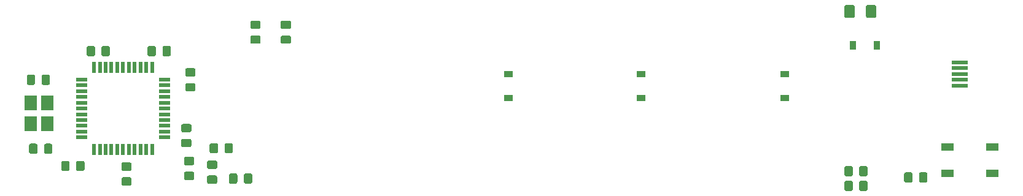
<source format=gbp>
G04 #@! TF.GenerationSoftware,KiCad,Pcbnew,(5.1.5)-3*
G04 #@! TF.CreationDate,2020-06-06T22:21:35-05:00*
G04 #@! TF.ProjectId,MacroPad,4d616372-6f50-4616-942e-6b696361645f,rev?*
G04 #@! TF.SameCoordinates,Original*
G04 #@! TF.FileFunction,Paste,Bot*
G04 #@! TF.FilePolarity,Positive*
%FSLAX46Y46*%
G04 Gerber Fmt 4.6, Leading zero omitted, Abs format (unit mm)*
G04 Created by KiCad (PCBNEW (5.1.5)-3) date 2020-06-06 22:21:35*
%MOMM*%
%LPD*%
G04 APERTURE LIST*
%ADD10C,0.100000*%
%ADD11R,1.500000X0.550000*%
%ADD12R,0.550000X1.500000*%
%ADD13R,1.800000X2.100000*%
%ADD14R,2.250000X0.500000*%
%ADD15R,1.800000X1.100000*%
%ADD16R,0.900000X1.200000*%
%ADD17R,1.200000X0.900000*%
G04 APERTURE END LIST*
D10*
G36*
X190087505Y-107632204D02*
G01*
X190111773Y-107635804D01*
X190135572Y-107641765D01*
X190158671Y-107650030D01*
X190180850Y-107660520D01*
X190201893Y-107673132D01*
X190221599Y-107687747D01*
X190239777Y-107704223D01*
X190256253Y-107722401D01*
X190270868Y-107742107D01*
X190283480Y-107763150D01*
X190293970Y-107785329D01*
X190302235Y-107808428D01*
X190308196Y-107832227D01*
X190311796Y-107856495D01*
X190313000Y-107880999D01*
X190313000Y-108781001D01*
X190311796Y-108805505D01*
X190308196Y-108829773D01*
X190302235Y-108853572D01*
X190293970Y-108876671D01*
X190283480Y-108898850D01*
X190270868Y-108919893D01*
X190256253Y-108939599D01*
X190239777Y-108957777D01*
X190221599Y-108974253D01*
X190201893Y-108988868D01*
X190180850Y-109001480D01*
X190158671Y-109011970D01*
X190135572Y-109020235D01*
X190111773Y-109026196D01*
X190087505Y-109029796D01*
X190063001Y-109031000D01*
X189412999Y-109031000D01*
X189388495Y-109029796D01*
X189364227Y-109026196D01*
X189340428Y-109020235D01*
X189317329Y-109011970D01*
X189295150Y-109001480D01*
X189274107Y-108988868D01*
X189254401Y-108974253D01*
X189236223Y-108957777D01*
X189219747Y-108939599D01*
X189205132Y-108919893D01*
X189192520Y-108898850D01*
X189182030Y-108876671D01*
X189173765Y-108853572D01*
X189167804Y-108829773D01*
X189164204Y-108805505D01*
X189163000Y-108781001D01*
X189163000Y-107880999D01*
X189164204Y-107856495D01*
X189167804Y-107832227D01*
X189173765Y-107808428D01*
X189182030Y-107785329D01*
X189192520Y-107763150D01*
X189205132Y-107742107D01*
X189219747Y-107722401D01*
X189236223Y-107704223D01*
X189254401Y-107687747D01*
X189274107Y-107673132D01*
X189295150Y-107660520D01*
X189317329Y-107650030D01*
X189340428Y-107641765D01*
X189364227Y-107635804D01*
X189388495Y-107632204D01*
X189412999Y-107631000D01*
X190063001Y-107631000D01*
X190087505Y-107632204D01*
G37*
G36*
X192137505Y-107632204D02*
G01*
X192161773Y-107635804D01*
X192185572Y-107641765D01*
X192208671Y-107650030D01*
X192230850Y-107660520D01*
X192251893Y-107673132D01*
X192271599Y-107687747D01*
X192289777Y-107704223D01*
X192306253Y-107722401D01*
X192320868Y-107742107D01*
X192333480Y-107763150D01*
X192343970Y-107785329D01*
X192352235Y-107808428D01*
X192358196Y-107832227D01*
X192361796Y-107856495D01*
X192363000Y-107880999D01*
X192363000Y-108781001D01*
X192361796Y-108805505D01*
X192358196Y-108829773D01*
X192352235Y-108853572D01*
X192343970Y-108876671D01*
X192333480Y-108898850D01*
X192320868Y-108919893D01*
X192306253Y-108939599D01*
X192289777Y-108957777D01*
X192271599Y-108974253D01*
X192251893Y-108988868D01*
X192230850Y-109001480D01*
X192208671Y-109011970D01*
X192185572Y-109020235D01*
X192161773Y-109026196D01*
X192137505Y-109029796D01*
X192113001Y-109031000D01*
X191462999Y-109031000D01*
X191438495Y-109029796D01*
X191414227Y-109026196D01*
X191390428Y-109020235D01*
X191367329Y-109011970D01*
X191345150Y-109001480D01*
X191324107Y-108988868D01*
X191304401Y-108974253D01*
X191286223Y-108957777D01*
X191269747Y-108939599D01*
X191255132Y-108919893D01*
X191242520Y-108898850D01*
X191232030Y-108876671D01*
X191223765Y-108853572D01*
X191217804Y-108829773D01*
X191214204Y-108805505D01*
X191213000Y-108781001D01*
X191213000Y-107880999D01*
X191214204Y-107856495D01*
X191217804Y-107832227D01*
X191223765Y-107808428D01*
X191232030Y-107785329D01*
X191242520Y-107763150D01*
X191255132Y-107742107D01*
X191269747Y-107722401D01*
X191286223Y-107704223D01*
X191304401Y-107687747D01*
X191324107Y-107673132D01*
X191345150Y-107660520D01*
X191367329Y-107650030D01*
X191390428Y-107641765D01*
X191414227Y-107635804D01*
X191438495Y-107632204D01*
X191462999Y-107631000D01*
X192113001Y-107631000D01*
X192137505Y-107632204D01*
G37*
D11*
X95393750Y-101631250D03*
X95393750Y-100831250D03*
X95393750Y-100031250D03*
X95393750Y-99231250D03*
X95393750Y-98431250D03*
X95393750Y-97631250D03*
X95393750Y-96831250D03*
X95393750Y-96031250D03*
X95393750Y-95231250D03*
X95393750Y-94431250D03*
X95393750Y-93631250D03*
D12*
X93693750Y-91931250D03*
X92893750Y-91931250D03*
X92093750Y-91931250D03*
X91293750Y-91931250D03*
X90493750Y-91931250D03*
X89693750Y-91931250D03*
X88893750Y-91931250D03*
X88093750Y-91931250D03*
X87293750Y-91931250D03*
X86493750Y-91931250D03*
X85693750Y-91931250D03*
D11*
X83993750Y-93631250D03*
X83993750Y-94431250D03*
X83993750Y-95231250D03*
X83993750Y-96031250D03*
X83993750Y-96831250D03*
X83993750Y-97631250D03*
X83993750Y-98431250D03*
X83993750Y-99231250D03*
X83993750Y-100031250D03*
X83993750Y-100831250D03*
X83993750Y-101631250D03*
D12*
X85693750Y-103331250D03*
X86493750Y-103331250D03*
X87293750Y-103331250D03*
X88093750Y-103331250D03*
X88893750Y-103331250D03*
X89693750Y-103331250D03*
X90493750Y-103331250D03*
X91293750Y-103331250D03*
X92093750Y-103331250D03*
X92893750Y-103331250D03*
X93693750Y-103331250D03*
D13*
X76993750Y-96837500D03*
X76993750Y-99737500D03*
X79293750Y-99737500D03*
X79293750Y-96837500D03*
D14*
X205050000Y-91268750D03*
X205050000Y-92068750D03*
X205050000Y-92868750D03*
X205050000Y-93668750D03*
X205050000Y-94468750D03*
D15*
X203350000Y-102925000D03*
X209550000Y-106625000D03*
X203350000Y-106625000D03*
X209550000Y-102925000D03*
D10*
G36*
X105233505Y-106616204D02*
G01*
X105257773Y-106619804D01*
X105281572Y-106625765D01*
X105304671Y-106634030D01*
X105326850Y-106644520D01*
X105347893Y-106657132D01*
X105367599Y-106671747D01*
X105385777Y-106688223D01*
X105402253Y-106706401D01*
X105416868Y-106726107D01*
X105429480Y-106747150D01*
X105439970Y-106769329D01*
X105448235Y-106792428D01*
X105454196Y-106816227D01*
X105457796Y-106840495D01*
X105459000Y-106864999D01*
X105459000Y-107765001D01*
X105457796Y-107789505D01*
X105454196Y-107813773D01*
X105448235Y-107837572D01*
X105439970Y-107860671D01*
X105429480Y-107882850D01*
X105416868Y-107903893D01*
X105402253Y-107923599D01*
X105385777Y-107941777D01*
X105367599Y-107958253D01*
X105347893Y-107972868D01*
X105326850Y-107985480D01*
X105304671Y-107995970D01*
X105281572Y-108004235D01*
X105257773Y-108010196D01*
X105233505Y-108013796D01*
X105209001Y-108015000D01*
X104558999Y-108015000D01*
X104534495Y-108013796D01*
X104510227Y-108010196D01*
X104486428Y-108004235D01*
X104463329Y-107995970D01*
X104441150Y-107985480D01*
X104420107Y-107972868D01*
X104400401Y-107958253D01*
X104382223Y-107941777D01*
X104365747Y-107923599D01*
X104351132Y-107903893D01*
X104338520Y-107882850D01*
X104328030Y-107860671D01*
X104319765Y-107837572D01*
X104313804Y-107813773D01*
X104310204Y-107789505D01*
X104309000Y-107765001D01*
X104309000Y-106864999D01*
X104310204Y-106840495D01*
X104313804Y-106816227D01*
X104319765Y-106792428D01*
X104328030Y-106769329D01*
X104338520Y-106747150D01*
X104351132Y-106726107D01*
X104365747Y-106706401D01*
X104382223Y-106688223D01*
X104400401Y-106671747D01*
X104420107Y-106657132D01*
X104441150Y-106644520D01*
X104463329Y-106634030D01*
X104486428Y-106625765D01*
X104510227Y-106619804D01*
X104534495Y-106616204D01*
X104558999Y-106615000D01*
X105209001Y-106615000D01*
X105233505Y-106616204D01*
G37*
G36*
X107283505Y-106616204D02*
G01*
X107307773Y-106619804D01*
X107331572Y-106625765D01*
X107354671Y-106634030D01*
X107376850Y-106644520D01*
X107397893Y-106657132D01*
X107417599Y-106671747D01*
X107435777Y-106688223D01*
X107452253Y-106706401D01*
X107466868Y-106726107D01*
X107479480Y-106747150D01*
X107489970Y-106769329D01*
X107498235Y-106792428D01*
X107504196Y-106816227D01*
X107507796Y-106840495D01*
X107509000Y-106864999D01*
X107509000Y-107765001D01*
X107507796Y-107789505D01*
X107504196Y-107813773D01*
X107498235Y-107837572D01*
X107489970Y-107860671D01*
X107479480Y-107882850D01*
X107466868Y-107903893D01*
X107452253Y-107923599D01*
X107435777Y-107941777D01*
X107417599Y-107958253D01*
X107397893Y-107972868D01*
X107376850Y-107985480D01*
X107354671Y-107995970D01*
X107331572Y-108004235D01*
X107307773Y-108010196D01*
X107283505Y-108013796D01*
X107259001Y-108015000D01*
X106608999Y-108015000D01*
X106584495Y-108013796D01*
X106560227Y-108010196D01*
X106536428Y-108004235D01*
X106513329Y-107995970D01*
X106491150Y-107985480D01*
X106470107Y-107972868D01*
X106450401Y-107958253D01*
X106432223Y-107941777D01*
X106415747Y-107923599D01*
X106401132Y-107903893D01*
X106388520Y-107882850D01*
X106378030Y-107860671D01*
X106369765Y-107837572D01*
X106363804Y-107813773D01*
X106360204Y-107789505D01*
X106359000Y-107765001D01*
X106359000Y-106864999D01*
X106360204Y-106840495D01*
X106363804Y-106816227D01*
X106369765Y-106792428D01*
X106378030Y-106769329D01*
X106388520Y-106747150D01*
X106401132Y-106726107D01*
X106415747Y-106706401D01*
X106432223Y-106688223D01*
X106450401Y-106671747D01*
X106470107Y-106657132D01*
X106491150Y-106644520D01*
X106513329Y-106634030D01*
X106536428Y-106625765D01*
X106560227Y-106619804D01*
X106584495Y-106616204D01*
X106608999Y-106615000D01*
X107259001Y-106615000D01*
X107283505Y-106616204D01*
G37*
G36*
X102566505Y-102425204D02*
G01*
X102590773Y-102428804D01*
X102614572Y-102434765D01*
X102637671Y-102443030D01*
X102659850Y-102453520D01*
X102680893Y-102466132D01*
X102700599Y-102480747D01*
X102718777Y-102497223D01*
X102735253Y-102515401D01*
X102749868Y-102535107D01*
X102762480Y-102556150D01*
X102772970Y-102578329D01*
X102781235Y-102601428D01*
X102787196Y-102625227D01*
X102790796Y-102649495D01*
X102792000Y-102673999D01*
X102792000Y-103574001D01*
X102790796Y-103598505D01*
X102787196Y-103622773D01*
X102781235Y-103646572D01*
X102772970Y-103669671D01*
X102762480Y-103691850D01*
X102749868Y-103712893D01*
X102735253Y-103732599D01*
X102718777Y-103750777D01*
X102700599Y-103767253D01*
X102680893Y-103781868D01*
X102659850Y-103794480D01*
X102637671Y-103804970D01*
X102614572Y-103813235D01*
X102590773Y-103819196D01*
X102566505Y-103822796D01*
X102542001Y-103824000D01*
X101891999Y-103824000D01*
X101867495Y-103822796D01*
X101843227Y-103819196D01*
X101819428Y-103813235D01*
X101796329Y-103804970D01*
X101774150Y-103794480D01*
X101753107Y-103781868D01*
X101733401Y-103767253D01*
X101715223Y-103750777D01*
X101698747Y-103732599D01*
X101684132Y-103712893D01*
X101671520Y-103691850D01*
X101661030Y-103669671D01*
X101652765Y-103646572D01*
X101646804Y-103622773D01*
X101643204Y-103598505D01*
X101642000Y-103574001D01*
X101642000Y-102673999D01*
X101643204Y-102649495D01*
X101646804Y-102625227D01*
X101652765Y-102601428D01*
X101661030Y-102578329D01*
X101671520Y-102556150D01*
X101684132Y-102535107D01*
X101698747Y-102515401D01*
X101715223Y-102497223D01*
X101733401Y-102480747D01*
X101753107Y-102466132D01*
X101774150Y-102453520D01*
X101796329Y-102443030D01*
X101819428Y-102434765D01*
X101843227Y-102428804D01*
X101867495Y-102425204D01*
X101891999Y-102424000D01*
X102542001Y-102424000D01*
X102566505Y-102425204D01*
G37*
G36*
X104616505Y-102425204D02*
G01*
X104640773Y-102428804D01*
X104664572Y-102434765D01*
X104687671Y-102443030D01*
X104709850Y-102453520D01*
X104730893Y-102466132D01*
X104750599Y-102480747D01*
X104768777Y-102497223D01*
X104785253Y-102515401D01*
X104799868Y-102535107D01*
X104812480Y-102556150D01*
X104822970Y-102578329D01*
X104831235Y-102601428D01*
X104837196Y-102625227D01*
X104840796Y-102649495D01*
X104842000Y-102673999D01*
X104842000Y-103574001D01*
X104840796Y-103598505D01*
X104837196Y-103622773D01*
X104831235Y-103646572D01*
X104822970Y-103669671D01*
X104812480Y-103691850D01*
X104799868Y-103712893D01*
X104785253Y-103732599D01*
X104768777Y-103750777D01*
X104750599Y-103767253D01*
X104730893Y-103781868D01*
X104709850Y-103794480D01*
X104687671Y-103804970D01*
X104664572Y-103813235D01*
X104640773Y-103819196D01*
X104616505Y-103822796D01*
X104592001Y-103824000D01*
X103941999Y-103824000D01*
X103917495Y-103822796D01*
X103893227Y-103819196D01*
X103869428Y-103813235D01*
X103846329Y-103804970D01*
X103824150Y-103794480D01*
X103803107Y-103781868D01*
X103783401Y-103767253D01*
X103765223Y-103750777D01*
X103748747Y-103732599D01*
X103734132Y-103712893D01*
X103721520Y-103691850D01*
X103711030Y-103669671D01*
X103702765Y-103646572D01*
X103696804Y-103622773D01*
X103693204Y-103598505D01*
X103692000Y-103574001D01*
X103692000Y-102673999D01*
X103693204Y-102649495D01*
X103696804Y-102625227D01*
X103702765Y-102601428D01*
X103711030Y-102578329D01*
X103721520Y-102556150D01*
X103734132Y-102535107D01*
X103748747Y-102515401D01*
X103765223Y-102497223D01*
X103783401Y-102480747D01*
X103803107Y-102466132D01*
X103824150Y-102453520D01*
X103846329Y-102443030D01*
X103869428Y-102434765D01*
X103893227Y-102428804D01*
X103917495Y-102425204D01*
X103941999Y-102424000D01*
X104592001Y-102424000D01*
X104616505Y-102425204D01*
G37*
G36*
X112624505Y-87532454D02*
G01*
X112648773Y-87536054D01*
X112672572Y-87542015D01*
X112695671Y-87550280D01*
X112717850Y-87560770D01*
X112738893Y-87573382D01*
X112758599Y-87587997D01*
X112776777Y-87604473D01*
X112793253Y-87622651D01*
X112807868Y-87642357D01*
X112820480Y-87663400D01*
X112830970Y-87685579D01*
X112839235Y-87708678D01*
X112845196Y-87732477D01*
X112848796Y-87756745D01*
X112850000Y-87781249D01*
X112850000Y-88431251D01*
X112848796Y-88455755D01*
X112845196Y-88480023D01*
X112839235Y-88503822D01*
X112830970Y-88526921D01*
X112820480Y-88549100D01*
X112807868Y-88570143D01*
X112793253Y-88589849D01*
X112776777Y-88608027D01*
X112758599Y-88624503D01*
X112738893Y-88639118D01*
X112717850Y-88651730D01*
X112695671Y-88662220D01*
X112672572Y-88670485D01*
X112648773Y-88676446D01*
X112624505Y-88680046D01*
X112600001Y-88681250D01*
X111699999Y-88681250D01*
X111675495Y-88680046D01*
X111651227Y-88676446D01*
X111627428Y-88670485D01*
X111604329Y-88662220D01*
X111582150Y-88651730D01*
X111561107Y-88639118D01*
X111541401Y-88624503D01*
X111523223Y-88608027D01*
X111506747Y-88589849D01*
X111492132Y-88570143D01*
X111479520Y-88549100D01*
X111469030Y-88526921D01*
X111460765Y-88503822D01*
X111454804Y-88480023D01*
X111451204Y-88455755D01*
X111450000Y-88431251D01*
X111450000Y-87781249D01*
X111451204Y-87756745D01*
X111454804Y-87732477D01*
X111460765Y-87708678D01*
X111469030Y-87685579D01*
X111479520Y-87663400D01*
X111492132Y-87642357D01*
X111506747Y-87622651D01*
X111523223Y-87604473D01*
X111541401Y-87587997D01*
X111561107Y-87573382D01*
X111582150Y-87560770D01*
X111604329Y-87550280D01*
X111627428Y-87542015D01*
X111651227Y-87536054D01*
X111675495Y-87532454D01*
X111699999Y-87531250D01*
X112600001Y-87531250D01*
X112624505Y-87532454D01*
G37*
G36*
X112624505Y-85482454D02*
G01*
X112648773Y-85486054D01*
X112672572Y-85492015D01*
X112695671Y-85500280D01*
X112717850Y-85510770D01*
X112738893Y-85523382D01*
X112758599Y-85537997D01*
X112776777Y-85554473D01*
X112793253Y-85572651D01*
X112807868Y-85592357D01*
X112820480Y-85613400D01*
X112830970Y-85635579D01*
X112839235Y-85658678D01*
X112845196Y-85682477D01*
X112848796Y-85706745D01*
X112850000Y-85731249D01*
X112850000Y-86381251D01*
X112848796Y-86405755D01*
X112845196Y-86430023D01*
X112839235Y-86453822D01*
X112830970Y-86476921D01*
X112820480Y-86499100D01*
X112807868Y-86520143D01*
X112793253Y-86539849D01*
X112776777Y-86558027D01*
X112758599Y-86574503D01*
X112738893Y-86589118D01*
X112717850Y-86601730D01*
X112695671Y-86612220D01*
X112672572Y-86620485D01*
X112648773Y-86626446D01*
X112624505Y-86630046D01*
X112600001Y-86631250D01*
X111699999Y-86631250D01*
X111675495Y-86630046D01*
X111651227Y-86626446D01*
X111627428Y-86620485D01*
X111604329Y-86612220D01*
X111582150Y-86601730D01*
X111561107Y-86589118D01*
X111541401Y-86574503D01*
X111523223Y-86558027D01*
X111506747Y-86539849D01*
X111492132Y-86520143D01*
X111479520Y-86499100D01*
X111469030Y-86476921D01*
X111460765Y-86453822D01*
X111454804Y-86430023D01*
X111451204Y-86405755D01*
X111450000Y-86381251D01*
X111450000Y-85731249D01*
X111451204Y-85706745D01*
X111454804Y-85682477D01*
X111460765Y-85658678D01*
X111469030Y-85635579D01*
X111479520Y-85613400D01*
X111492132Y-85592357D01*
X111506747Y-85572651D01*
X111523223Y-85554473D01*
X111541401Y-85537997D01*
X111561107Y-85523382D01*
X111582150Y-85510770D01*
X111604329Y-85500280D01*
X111627428Y-85492015D01*
X111651227Y-85486054D01*
X111675495Y-85482454D01*
X111699999Y-85481250D01*
X112600001Y-85481250D01*
X112624505Y-85482454D01*
G37*
G36*
X108424505Y-87532454D02*
G01*
X108448773Y-87536054D01*
X108472572Y-87542015D01*
X108495671Y-87550280D01*
X108517850Y-87560770D01*
X108538893Y-87573382D01*
X108558599Y-87587997D01*
X108576777Y-87604473D01*
X108593253Y-87622651D01*
X108607868Y-87642357D01*
X108620480Y-87663400D01*
X108630970Y-87685579D01*
X108639235Y-87708678D01*
X108645196Y-87732477D01*
X108648796Y-87756745D01*
X108650000Y-87781249D01*
X108650000Y-88431251D01*
X108648796Y-88455755D01*
X108645196Y-88480023D01*
X108639235Y-88503822D01*
X108630970Y-88526921D01*
X108620480Y-88549100D01*
X108607868Y-88570143D01*
X108593253Y-88589849D01*
X108576777Y-88608027D01*
X108558599Y-88624503D01*
X108538893Y-88639118D01*
X108517850Y-88651730D01*
X108495671Y-88662220D01*
X108472572Y-88670485D01*
X108448773Y-88676446D01*
X108424505Y-88680046D01*
X108400001Y-88681250D01*
X107499999Y-88681250D01*
X107475495Y-88680046D01*
X107451227Y-88676446D01*
X107427428Y-88670485D01*
X107404329Y-88662220D01*
X107382150Y-88651730D01*
X107361107Y-88639118D01*
X107341401Y-88624503D01*
X107323223Y-88608027D01*
X107306747Y-88589849D01*
X107292132Y-88570143D01*
X107279520Y-88549100D01*
X107269030Y-88526921D01*
X107260765Y-88503822D01*
X107254804Y-88480023D01*
X107251204Y-88455755D01*
X107250000Y-88431251D01*
X107250000Y-87781249D01*
X107251204Y-87756745D01*
X107254804Y-87732477D01*
X107260765Y-87708678D01*
X107269030Y-87685579D01*
X107279520Y-87663400D01*
X107292132Y-87642357D01*
X107306747Y-87622651D01*
X107323223Y-87604473D01*
X107341401Y-87587997D01*
X107361107Y-87573382D01*
X107382150Y-87560770D01*
X107404329Y-87550280D01*
X107427428Y-87542015D01*
X107451227Y-87536054D01*
X107475495Y-87532454D01*
X107499999Y-87531250D01*
X108400001Y-87531250D01*
X108424505Y-87532454D01*
G37*
G36*
X108424505Y-85482454D02*
G01*
X108448773Y-85486054D01*
X108472572Y-85492015D01*
X108495671Y-85500280D01*
X108517850Y-85510770D01*
X108538893Y-85523382D01*
X108558599Y-85537997D01*
X108576777Y-85554473D01*
X108593253Y-85572651D01*
X108607868Y-85592357D01*
X108620480Y-85613400D01*
X108630970Y-85635579D01*
X108639235Y-85658678D01*
X108645196Y-85682477D01*
X108648796Y-85706745D01*
X108650000Y-85731249D01*
X108650000Y-86381251D01*
X108648796Y-86405755D01*
X108645196Y-86430023D01*
X108639235Y-86453822D01*
X108630970Y-86476921D01*
X108620480Y-86499100D01*
X108607868Y-86520143D01*
X108593253Y-86539849D01*
X108576777Y-86558027D01*
X108558599Y-86574503D01*
X108538893Y-86589118D01*
X108517850Y-86601730D01*
X108495671Y-86612220D01*
X108472572Y-86620485D01*
X108448773Y-86626446D01*
X108424505Y-86630046D01*
X108400001Y-86631250D01*
X107499999Y-86631250D01*
X107475495Y-86630046D01*
X107451227Y-86626446D01*
X107427428Y-86620485D01*
X107404329Y-86612220D01*
X107382150Y-86601730D01*
X107361107Y-86589118D01*
X107341401Y-86574503D01*
X107323223Y-86558027D01*
X107306747Y-86539849D01*
X107292132Y-86520143D01*
X107279520Y-86499100D01*
X107269030Y-86476921D01*
X107260765Y-86453822D01*
X107254804Y-86430023D01*
X107251204Y-86405755D01*
X107250000Y-86381251D01*
X107250000Y-85731249D01*
X107251204Y-85706745D01*
X107254804Y-85682477D01*
X107260765Y-85658678D01*
X107269030Y-85635579D01*
X107279520Y-85613400D01*
X107292132Y-85592357D01*
X107306747Y-85572651D01*
X107323223Y-85554473D01*
X107341401Y-85537997D01*
X107361107Y-85523382D01*
X107382150Y-85510770D01*
X107404329Y-85500280D01*
X107427428Y-85492015D01*
X107451227Y-85486054D01*
X107475495Y-85482454D01*
X107499999Y-85481250D01*
X108400001Y-85481250D01*
X108424505Y-85482454D01*
G37*
G36*
X94012005Y-88994954D02*
G01*
X94036273Y-88998554D01*
X94060072Y-89004515D01*
X94083171Y-89012780D01*
X94105350Y-89023270D01*
X94126393Y-89035882D01*
X94146099Y-89050497D01*
X94164277Y-89066973D01*
X94180753Y-89085151D01*
X94195368Y-89104857D01*
X94207980Y-89125900D01*
X94218470Y-89148079D01*
X94226735Y-89171178D01*
X94232696Y-89194977D01*
X94236296Y-89219245D01*
X94237500Y-89243749D01*
X94237500Y-90143751D01*
X94236296Y-90168255D01*
X94232696Y-90192523D01*
X94226735Y-90216322D01*
X94218470Y-90239421D01*
X94207980Y-90261600D01*
X94195368Y-90282643D01*
X94180753Y-90302349D01*
X94164277Y-90320527D01*
X94146099Y-90337003D01*
X94126393Y-90351618D01*
X94105350Y-90364230D01*
X94083171Y-90374720D01*
X94060072Y-90382985D01*
X94036273Y-90388946D01*
X94012005Y-90392546D01*
X93987501Y-90393750D01*
X93337499Y-90393750D01*
X93312995Y-90392546D01*
X93288727Y-90388946D01*
X93264928Y-90382985D01*
X93241829Y-90374720D01*
X93219650Y-90364230D01*
X93198607Y-90351618D01*
X93178901Y-90337003D01*
X93160723Y-90320527D01*
X93144247Y-90302349D01*
X93129632Y-90282643D01*
X93117020Y-90261600D01*
X93106530Y-90239421D01*
X93098265Y-90216322D01*
X93092304Y-90192523D01*
X93088704Y-90168255D01*
X93087500Y-90143751D01*
X93087500Y-89243749D01*
X93088704Y-89219245D01*
X93092304Y-89194977D01*
X93098265Y-89171178D01*
X93106530Y-89148079D01*
X93117020Y-89125900D01*
X93129632Y-89104857D01*
X93144247Y-89085151D01*
X93160723Y-89066973D01*
X93178901Y-89050497D01*
X93198607Y-89035882D01*
X93219650Y-89023270D01*
X93241829Y-89012780D01*
X93264928Y-89004515D01*
X93288727Y-88998554D01*
X93312995Y-88994954D01*
X93337499Y-88993750D01*
X93987501Y-88993750D01*
X94012005Y-88994954D01*
G37*
G36*
X96062005Y-88994954D02*
G01*
X96086273Y-88998554D01*
X96110072Y-89004515D01*
X96133171Y-89012780D01*
X96155350Y-89023270D01*
X96176393Y-89035882D01*
X96196099Y-89050497D01*
X96214277Y-89066973D01*
X96230753Y-89085151D01*
X96245368Y-89104857D01*
X96257980Y-89125900D01*
X96268470Y-89148079D01*
X96276735Y-89171178D01*
X96282696Y-89194977D01*
X96286296Y-89219245D01*
X96287500Y-89243749D01*
X96287500Y-90143751D01*
X96286296Y-90168255D01*
X96282696Y-90192523D01*
X96276735Y-90216322D01*
X96268470Y-90239421D01*
X96257980Y-90261600D01*
X96245368Y-90282643D01*
X96230753Y-90302349D01*
X96214277Y-90320527D01*
X96196099Y-90337003D01*
X96176393Y-90351618D01*
X96155350Y-90364230D01*
X96133171Y-90374720D01*
X96110072Y-90382985D01*
X96086273Y-90388946D01*
X96062005Y-90392546D01*
X96037501Y-90393750D01*
X95387499Y-90393750D01*
X95362995Y-90392546D01*
X95338727Y-90388946D01*
X95314928Y-90382985D01*
X95291829Y-90374720D01*
X95269650Y-90364230D01*
X95248607Y-90351618D01*
X95228901Y-90337003D01*
X95210723Y-90320527D01*
X95194247Y-90302349D01*
X95179632Y-90282643D01*
X95167020Y-90261600D01*
X95156530Y-90239421D01*
X95148265Y-90216322D01*
X95142304Y-90192523D01*
X95138704Y-90168255D01*
X95137500Y-90143751D01*
X95137500Y-89243749D01*
X95138704Y-89219245D01*
X95142304Y-89194977D01*
X95148265Y-89171178D01*
X95156530Y-89148079D01*
X95167020Y-89125900D01*
X95179632Y-89104857D01*
X95194247Y-89085151D01*
X95210723Y-89066973D01*
X95228901Y-89050497D01*
X95248607Y-89035882D01*
X95269650Y-89023270D01*
X95291829Y-89012780D01*
X95314928Y-89004515D01*
X95338727Y-88998554D01*
X95362995Y-88994954D01*
X95387499Y-88993750D01*
X96037501Y-88993750D01*
X96062005Y-88994954D01*
G37*
G36*
X192137505Y-105600204D02*
G01*
X192161773Y-105603804D01*
X192185572Y-105609765D01*
X192208671Y-105618030D01*
X192230850Y-105628520D01*
X192251893Y-105641132D01*
X192271599Y-105655747D01*
X192289777Y-105672223D01*
X192306253Y-105690401D01*
X192320868Y-105710107D01*
X192333480Y-105731150D01*
X192343970Y-105753329D01*
X192352235Y-105776428D01*
X192358196Y-105800227D01*
X192361796Y-105824495D01*
X192363000Y-105848999D01*
X192363000Y-106749001D01*
X192361796Y-106773505D01*
X192358196Y-106797773D01*
X192352235Y-106821572D01*
X192343970Y-106844671D01*
X192333480Y-106866850D01*
X192320868Y-106887893D01*
X192306253Y-106907599D01*
X192289777Y-106925777D01*
X192271599Y-106942253D01*
X192251893Y-106956868D01*
X192230850Y-106969480D01*
X192208671Y-106979970D01*
X192185572Y-106988235D01*
X192161773Y-106994196D01*
X192137505Y-106997796D01*
X192113001Y-106999000D01*
X191462999Y-106999000D01*
X191438495Y-106997796D01*
X191414227Y-106994196D01*
X191390428Y-106988235D01*
X191367329Y-106979970D01*
X191345150Y-106969480D01*
X191324107Y-106956868D01*
X191304401Y-106942253D01*
X191286223Y-106925777D01*
X191269747Y-106907599D01*
X191255132Y-106887893D01*
X191242520Y-106866850D01*
X191232030Y-106844671D01*
X191223765Y-106821572D01*
X191217804Y-106797773D01*
X191214204Y-106773505D01*
X191213000Y-106749001D01*
X191213000Y-105848999D01*
X191214204Y-105824495D01*
X191217804Y-105800227D01*
X191223765Y-105776428D01*
X191232030Y-105753329D01*
X191242520Y-105731150D01*
X191255132Y-105710107D01*
X191269747Y-105690401D01*
X191286223Y-105672223D01*
X191304401Y-105655747D01*
X191324107Y-105641132D01*
X191345150Y-105628520D01*
X191367329Y-105618030D01*
X191390428Y-105609765D01*
X191414227Y-105603804D01*
X191438495Y-105600204D01*
X191462999Y-105599000D01*
X192113001Y-105599000D01*
X192137505Y-105600204D01*
G37*
G36*
X190087505Y-105600204D02*
G01*
X190111773Y-105603804D01*
X190135572Y-105609765D01*
X190158671Y-105618030D01*
X190180850Y-105628520D01*
X190201893Y-105641132D01*
X190221599Y-105655747D01*
X190239777Y-105672223D01*
X190256253Y-105690401D01*
X190270868Y-105710107D01*
X190283480Y-105731150D01*
X190293970Y-105753329D01*
X190302235Y-105776428D01*
X190308196Y-105800227D01*
X190311796Y-105824495D01*
X190313000Y-105848999D01*
X190313000Y-106749001D01*
X190311796Y-106773505D01*
X190308196Y-106797773D01*
X190302235Y-106821572D01*
X190293970Y-106844671D01*
X190283480Y-106866850D01*
X190270868Y-106887893D01*
X190256253Y-106907599D01*
X190239777Y-106925777D01*
X190221599Y-106942253D01*
X190201893Y-106956868D01*
X190180850Y-106969480D01*
X190158671Y-106979970D01*
X190135572Y-106988235D01*
X190111773Y-106994196D01*
X190087505Y-106997796D01*
X190063001Y-106999000D01*
X189412999Y-106999000D01*
X189388495Y-106997796D01*
X189364227Y-106994196D01*
X189340428Y-106988235D01*
X189317329Y-106979970D01*
X189295150Y-106969480D01*
X189274107Y-106956868D01*
X189254401Y-106942253D01*
X189236223Y-106925777D01*
X189219747Y-106907599D01*
X189205132Y-106887893D01*
X189192520Y-106866850D01*
X189182030Y-106844671D01*
X189173765Y-106821572D01*
X189167804Y-106797773D01*
X189164204Y-106773505D01*
X189163000Y-106749001D01*
X189163000Y-105848999D01*
X189164204Y-105824495D01*
X189167804Y-105800227D01*
X189173765Y-105776428D01*
X189182030Y-105753329D01*
X189192520Y-105731150D01*
X189205132Y-105710107D01*
X189219747Y-105690401D01*
X189236223Y-105672223D01*
X189254401Y-105655747D01*
X189274107Y-105641132D01*
X189295150Y-105628520D01*
X189317329Y-105618030D01*
X189340428Y-105609765D01*
X189364227Y-105603804D01*
X189388495Y-105600204D01*
X189412999Y-105599000D01*
X190063001Y-105599000D01*
X190087505Y-105600204D01*
G37*
G36*
X200374505Y-106457454D02*
G01*
X200398773Y-106461054D01*
X200422572Y-106467015D01*
X200445671Y-106475280D01*
X200467850Y-106485770D01*
X200488893Y-106498382D01*
X200508599Y-106512997D01*
X200526777Y-106529473D01*
X200543253Y-106547651D01*
X200557868Y-106567357D01*
X200570480Y-106588400D01*
X200580970Y-106610579D01*
X200589235Y-106633678D01*
X200595196Y-106657477D01*
X200598796Y-106681745D01*
X200600000Y-106706249D01*
X200600000Y-107606251D01*
X200598796Y-107630755D01*
X200595196Y-107655023D01*
X200589235Y-107678822D01*
X200580970Y-107701921D01*
X200570480Y-107724100D01*
X200557868Y-107745143D01*
X200543253Y-107764849D01*
X200526777Y-107783027D01*
X200508599Y-107799503D01*
X200488893Y-107814118D01*
X200467850Y-107826730D01*
X200445671Y-107837220D01*
X200422572Y-107845485D01*
X200398773Y-107851446D01*
X200374505Y-107855046D01*
X200350001Y-107856250D01*
X199699999Y-107856250D01*
X199675495Y-107855046D01*
X199651227Y-107851446D01*
X199627428Y-107845485D01*
X199604329Y-107837220D01*
X199582150Y-107826730D01*
X199561107Y-107814118D01*
X199541401Y-107799503D01*
X199523223Y-107783027D01*
X199506747Y-107764849D01*
X199492132Y-107745143D01*
X199479520Y-107724100D01*
X199469030Y-107701921D01*
X199460765Y-107678822D01*
X199454804Y-107655023D01*
X199451204Y-107630755D01*
X199450000Y-107606251D01*
X199450000Y-106706249D01*
X199451204Y-106681745D01*
X199454804Y-106657477D01*
X199460765Y-106633678D01*
X199469030Y-106610579D01*
X199479520Y-106588400D01*
X199492132Y-106567357D01*
X199506747Y-106547651D01*
X199523223Y-106529473D01*
X199541401Y-106512997D01*
X199561107Y-106498382D01*
X199582150Y-106485770D01*
X199604329Y-106475280D01*
X199627428Y-106467015D01*
X199651227Y-106461054D01*
X199675495Y-106457454D01*
X199699999Y-106456250D01*
X200350001Y-106456250D01*
X200374505Y-106457454D01*
G37*
G36*
X198324505Y-106457454D02*
G01*
X198348773Y-106461054D01*
X198372572Y-106467015D01*
X198395671Y-106475280D01*
X198417850Y-106485770D01*
X198438893Y-106498382D01*
X198458599Y-106512997D01*
X198476777Y-106529473D01*
X198493253Y-106547651D01*
X198507868Y-106567357D01*
X198520480Y-106588400D01*
X198530970Y-106610579D01*
X198539235Y-106633678D01*
X198545196Y-106657477D01*
X198548796Y-106681745D01*
X198550000Y-106706249D01*
X198550000Y-107606251D01*
X198548796Y-107630755D01*
X198545196Y-107655023D01*
X198539235Y-107678822D01*
X198530970Y-107701921D01*
X198520480Y-107724100D01*
X198507868Y-107745143D01*
X198493253Y-107764849D01*
X198476777Y-107783027D01*
X198458599Y-107799503D01*
X198438893Y-107814118D01*
X198417850Y-107826730D01*
X198395671Y-107837220D01*
X198372572Y-107845485D01*
X198348773Y-107851446D01*
X198324505Y-107855046D01*
X198300001Y-107856250D01*
X197649999Y-107856250D01*
X197625495Y-107855046D01*
X197601227Y-107851446D01*
X197577428Y-107845485D01*
X197554329Y-107837220D01*
X197532150Y-107826730D01*
X197511107Y-107814118D01*
X197491401Y-107799503D01*
X197473223Y-107783027D01*
X197456747Y-107764849D01*
X197442132Y-107745143D01*
X197429520Y-107724100D01*
X197419030Y-107701921D01*
X197410765Y-107678822D01*
X197404804Y-107655023D01*
X197401204Y-107630755D01*
X197400000Y-107606251D01*
X197400000Y-106706249D01*
X197401204Y-106681745D01*
X197404804Y-106657477D01*
X197410765Y-106633678D01*
X197419030Y-106610579D01*
X197429520Y-106588400D01*
X197442132Y-106567357D01*
X197456747Y-106547651D01*
X197473223Y-106529473D01*
X197491401Y-106512997D01*
X197511107Y-106498382D01*
X197532150Y-106485770D01*
X197554329Y-106475280D01*
X197577428Y-106467015D01*
X197601227Y-106461054D01*
X197625495Y-106457454D01*
X197649999Y-106456250D01*
X198300001Y-106456250D01*
X198324505Y-106457454D01*
G37*
G36*
X193327004Y-83327204D02*
G01*
X193351273Y-83330804D01*
X193375071Y-83336765D01*
X193398171Y-83345030D01*
X193420349Y-83355520D01*
X193441393Y-83368133D01*
X193461098Y-83382747D01*
X193479277Y-83399223D01*
X193495753Y-83417402D01*
X193510367Y-83437107D01*
X193522980Y-83458151D01*
X193533470Y-83480329D01*
X193541735Y-83503429D01*
X193547696Y-83527227D01*
X193551296Y-83551496D01*
X193552500Y-83576000D01*
X193552500Y-84826000D01*
X193551296Y-84850504D01*
X193547696Y-84874773D01*
X193541735Y-84898571D01*
X193533470Y-84921671D01*
X193522980Y-84943849D01*
X193510367Y-84964893D01*
X193495753Y-84984598D01*
X193479277Y-85002777D01*
X193461098Y-85019253D01*
X193441393Y-85033867D01*
X193420349Y-85046480D01*
X193398171Y-85056970D01*
X193375071Y-85065235D01*
X193351273Y-85071196D01*
X193327004Y-85074796D01*
X193302500Y-85076000D01*
X192377500Y-85076000D01*
X192352996Y-85074796D01*
X192328727Y-85071196D01*
X192304929Y-85065235D01*
X192281829Y-85056970D01*
X192259651Y-85046480D01*
X192238607Y-85033867D01*
X192218902Y-85019253D01*
X192200723Y-85002777D01*
X192184247Y-84984598D01*
X192169633Y-84964893D01*
X192157020Y-84943849D01*
X192146530Y-84921671D01*
X192138265Y-84898571D01*
X192132304Y-84874773D01*
X192128704Y-84850504D01*
X192127500Y-84826000D01*
X192127500Y-83576000D01*
X192128704Y-83551496D01*
X192132304Y-83527227D01*
X192138265Y-83503429D01*
X192146530Y-83480329D01*
X192157020Y-83458151D01*
X192169633Y-83437107D01*
X192184247Y-83417402D01*
X192200723Y-83399223D01*
X192218902Y-83382747D01*
X192238607Y-83368133D01*
X192259651Y-83355520D01*
X192281829Y-83345030D01*
X192304929Y-83336765D01*
X192328727Y-83330804D01*
X192352996Y-83327204D01*
X192377500Y-83326000D01*
X193302500Y-83326000D01*
X193327004Y-83327204D01*
G37*
G36*
X190352004Y-83327204D02*
G01*
X190376273Y-83330804D01*
X190400071Y-83336765D01*
X190423171Y-83345030D01*
X190445349Y-83355520D01*
X190466393Y-83368133D01*
X190486098Y-83382747D01*
X190504277Y-83399223D01*
X190520753Y-83417402D01*
X190535367Y-83437107D01*
X190547980Y-83458151D01*
X190558470Y-83480329D01*
X190566735Y-83503429D01*
X190572696Y-83527227D01*
X190576296Y-83551496D01*
X190577500Y-83576000D01*
X190577500Y-84826000D01*
X190576296Y-84850504D01*
X190572696Y-84874773D01*
X190566735Y-84898571D01*
X190558470Y-84921671D01*
X190547980Y-84943849D01*
X190535367Y-84964893D01*
X190520753Y-84984598D01*
X190504277Y-85002777D01*
X190486098Y-85019253D01*
X190466393Y-85033867D01*
X190445349Y-85046480D01*
X190423171Y-85056970D01*
X190400071Y-85065235D01*
X190376273Y-85071196D01*
X190352004Y-85074796D01*
X190327500Y-85076000D01*
X189402500Y-85076000D01*
X189377996Y-85074796D01*
X189353727Y-85071196D01*
X189329929Y-85065235D01*
X189306829Y-85056970D01*
X189284651Y-85046480D01*
X189263607Y-85033867D01*
X189243902Y-85019253D01*
X189225723Y-85002777D01*
X189209247Y-84984598D01*
X189194633Y-84964893D01*
X189182020Y-84943849D01*
X189171530Y-84921671D01*
X189163265Y-84898571D01*
X189157304Y-84874773D01*
X189153704Y-84850504D01*
X189152500Y-84826000D01*
X189152500Y-83576000D01*
X189153704Y-83551496D01*
X189157304Y-83527227D01*
X189163265Y-83503429D01*
X189171530Y-83480329D01*
X189182020Y-83458151D01*
X189194633Y-83437107D01*
X189209247Y-83417402D01*
X189225723Y-83399223D01*
X189243902Y-83382747D01*
X189263607Y-83368133D01*
X189284651Y-83355520D01*
X189306829Y-83345030D01*
X189329929Y-83336765D01*
X189353727Y-83330804D01*
X189377996Y-83327204D01*
X189402500Y-83326000D01*
X190327500Y-83326000D01*
X190352004Y-83327204D01*
G37*
D16*
X193675000Y-88900000D03*
X190375000Y-88900000D03*
D17*
X180975000Y-92868750D03*
X180975000Y-96168750D03*
X161131250Y-92868750D03*
X161131250Y-96168750D03*
X142875000Y-92868750D03*
X142875000Y-96168750D03*
D10*
G36*
X102455505Y-104836204D02*
G01*
X102479773Y-104839804D01*
X102503572Y-104845765D01*
X102526671Y-104854030D01*
X102548850Y-104864520D01*
X102569893Y-104877132D01*
X102589599Y-104891747D01*
X102607777Y-104908223D01*
X102624253Y-104926401D01*
X102638868Y-104946107D01*
X102651480Y-104967150D01*
X102661970Y-104989329D01*
X102670235Y-105012428D01*
X102676196Y-105036227D01*
X102679796Y-105060495D01*
X102681000Y-105084999D01*
X102681000Y-105735001D01*
X102679796Y-105759505D01*
X102676196Y-105783773D01*
X102670235Y-105807572D01*
X102661970Y-105830671D01*
X102651480Y-105852850D01*
X102638868Y-105873893D01*
X102624253Y-105893599D01*
X102607777Y-105911777D01*
X102589599Y-105928253D01*
X102569893Y-105942868D01*
X102548850Y-105955480D01*
X102526671Y-105965970D01*
X102503572Y-105974235D01*
X102479773Y-105980196D01*
X102455505Y-105983796D01*
X102431001Y-105985000D01*
X101530999Y-105985000D01*
X101506495Y-105983796D01*
X101482227Y-105980196D01*
X101458428Y-105974235D01*
X101435329Y-105965970D01*
X101413150Y-105955480D01*
X101392107Y-105942868D01*
X101372401Y-105928253D01*
X101354223Y-105911777D01*
X101337747Y-105893599D01*
X101323132Y-105873893D01*
X101310520Y-105852850D01*
X101300030Y-105830671D01*
X101291765Y-105807572D01*
X101285804Y-105783773D01*
X101282204Y-105759505D01*
X101281000Y-105735001D01*
X101281000Y-105084999D01*
X101282204Y-105060495D01*
X101285804Y-105036227D01*
X101291765Y-105012428D01*
X101300030Y-104989329D01*
X101310520Y-104967150D01*
X101323132Y-104946107D01*
X101337747Y-104926401D01*
X101354223Y-104908223D01*
X101372401Y-104891747D01*
X101392107Y-104877132D01*
X101413150Y-104864520D01*
X101435329Y-104854030D01*
X101458428Y-104845765D01*
X101482227Y-104839804D01*
X101506495Y-104836204D01*
X101530999Y-104835000D01*
X102431001Y-104835000D01*
X102455505Y-104836204D01*
G37*
G36*
X102455505Y-106886204D02*
G01*
X102479773Y-106889804D01*
X102503572Y-106895765D01*
X102526671Y-106904030D01*
X102548850Y-106914520D01*
X102569893Y-106927132D01*
X102589599Y-106941747D01*
X102607777Y-106958223D01*
X102624253Y-106976401D01*
X102638868Y-106996107D01*
X102651480Y-107017150D01*
X102661970Y-107039329D01*
X102670235Y-107062428D01*
X102676196Y-107086227D01*
X102679796Y-107110495D01*
X102681000Y-107134999D01*
X102681000Y-107785001D01*
X102679796Y-107809505D01*
X102676196Y-107833773D01*
X102670235Y-107857572D01*
X102661970Y-107880671D01*
X102651480Y-107902850D01*
X102638868Y-107923893D01*
X102624253Y-107943599D01*
X102607777Y-107961777D01*
X102589599Y-107978253D01*
X102569893Y-107992868D01*
X102548850Y-108005480D01*
X102526671Y-108015970D01*
X102503572Y-108024235D01*
X102479773Y-108030196D01*
X102455505Y-108033796D01*
X102431001Y-108035000D01*
X101530999Y-108035000D01*
X101506495Y-108033796D01*
X101482227Y-108030196D01*
X101458428Y-108024235D01*
X101435329Y-108015970D01*
X101413150Y-108005480D01*
X101392107Y-107992868D01*
X101372401Y-107978253D01*
X101354223Y-107961777D01*
X101337747Y-107943599D01*
X101323132Y-107923893D01*
X101310520Y-107902850D01*
X101300030Y-107880671D01*
X101291765Y-107857572D01*
X101285804Y-107833773D01*
X101282204Y-107809505D01*
X101281000Y-107785001D01*
X101281000Y-107134999D01*
X101282204Y-107110495D01*
X101285804Y-107086227D01*
X101291765Y-107062428D01*
X101300030Y-107039329D01*
X101310520Y-107017150D01*
X101323132Y-106996107D01*
X101337747Y-106976401D01*
X101354223Y-106958223D01*
X101372401Y-106941747D01*
X101392107Y-106927132D01*
X101413150Y-106914520D01*
X101435329Y-106904030D01*
X101458428Y-106895765D01*
X101482227Y-106889804D01*
X101506495Y-106886204D01*
X101530999Y-106885000D01*
X102431001Y-106885000D01*
X102455505Y-106886204D01*
G37*
G36*
X98899505Y-99769954D02*
G01*
X98923773Y-99773554D01*
X98947572Y-99779515D01*
X98970671Y-99787780D01*
X98992850Y-99798270D01*
X99013893Y-99810882D01*
X99033599Y-99825497D01*
X99051777Y-99841973D01*
X99068253Y-99860151D01*
X99082868Y-99879857D01*
X99095480Y-99900900D01*
X99105970Y-99923079D01*
X99114235Y-99946178D01*
X99120196Y-99969977D01*
X99123796Y-99994245D01*
X99125000Y-100018749D01*
X99125000Y-100668751D01*
X99123796Y-100693255D01*
X99120196Y-100717523D01*
X99114235Y-100741322D01*
X99105970Y-100764421D01*
X99095480Y-100786600D01*
X99082868Y-100807643D01*
X99068253Y-100827349D01*
X99051777Y-100845527D01*
X99033599Y-100862003D01*
X99013893Y-100876618D01*
X98992850Y-100889230D01*
X98970671Y-100899720D01*
X98947572Y-100907985D01*
X98923773Y-100913946D01*
X98899505Y-100917546D01*
X98875001Y-100918750D01*
X97974999Y-100918750D01*
X97950495Y-100917546D01*
X97926227Y-100913946D01*
X97902428Y-100907985D01*
X97879329Y-100899720D01*
X97857150Y-100889230D01*
X97836107Y-100876618D01*
X97816401Y-100862003D01*
X97798223Y-100845527D01*
X97781747Y-100827349D01*
X97767132Y-100807643D01*
X97754520Y-100786600D01*
X97744030Y-100764421D01*
X97735765Y-100741322D01*
X97729804Y-100717523D01*
X97726204Y-100693255D01*
X97725000Y-100668751D01*
X97725000Y-100018749D01*
X97726204Y-99994245D01*
X97729804Y-99969977D01*
X97735765Y-99946178D01*
X97744030Y-99923079D01*
X97754520Y-99900900D01*
X97767132Y-99879857D01*
X97781747Y-99860151D01*
X97798223Y-99841973D01*
X97816401Y-99825497D01*
X97836107Y-99810882D01*
X97857150Y-99798270D01*
X97879329Y-99787780D01*
X97902428Y-99779515D01*
X97926227Y-99773554D01*
X97950495Y-99769954D01*
X97974999Y-99768750D01*
X98875001Y-99768750D01*
X98899505Y-99769954D01*
G37*
G36*
X98899505Y-101819954D02*
G01*
X98923773Y-101823554D01*
X98947572Y-101829515D01*
X98970671Y-101837780D01*
X98992850Y-101848270D01*
X99013893Y-101860882D01*
X99033599Y-101875497D01*
X99051777Y-101891973D01*
X99068253Y-101910151D01*
X99082868Y-101929857D01*
X99095480Y-101950900D01*
X99105970Y-101973079D01*
X99114235Y-101996178D01*
X99120196Y-102019977D01*
X99123796Y-102044245D01*
X99125000Y-102068749D01*
X99125000Y-102718751D01*
X99123796Y-102743255D01*
X99120196Y-102767523D01*
X99114235Y-102791322D01*
X99105970Y-102814421D01*
X99095480Y-102836600D01*
X99082868Y-102857643D01*
X99068253Y-102877349D01*
X99051777Y-102895527D01*
X99033599Y-102912003D01*
X99013893Y-102926618D01*
X98992850Y-102939230D01*
X98970671Y-102949720D01*
X98947572Y-102957985D01*
X98923773Y-102963946D01*
X98899505Y-102967546D01*
X98875001Y-102968750D01*
X97974999Y-102968750D01*
X97950495Y-102967546D01*
X97926227Y-102963946D01*
X97902428Y-102957985D01*
X97879329Y-102949720D01*
X97857150Y-102939230D01*
X97836107Y-102926618D01*
X97816401Y-102912003D01*
X97798223Y-102895527D01*
X97781747Y-102877349D01*
X97767132Y-102857643D01*
X97754520Y-102836600D01*
X97744030Y-102814421D01*
X97735765Y-102791322D01*
X97729804Y-102767523D01*
X97726204Y-102743255D01*
X97725000Y-102718751D01*
X97725000Y-102068749D01*
X97726204Y-102044245D01*
X97729804Y-102019977D01*
X97735765Y-101996178D01*
X97744030Y-101973079D01*
X97754520Y-101950900D01*
X97767132Y-101929857D01*
X97781747Y-101910151D01*
X97798223Y-101891973D01*
X97816401Y-101875497D01*
X97836107Y-101860882D01*
X97857150Y-101848270D01*
X97879329Y-101837780D01*
X97902428Y-101829515D01*
X97926227Y-101823554D01*
X97950495Y-101819954D01*
X97974999Y-101818750D01*
X98875001Y-101818750D01*
X98899505Y-101819954D01*
G37*
G36*
X85612005Y-88994954D02*
G01*
X85636273Y-88998554D01*
X85660072Y-89004515D01*
X85683171Y-89012780D01*
X85705350Y-89023270D01*
X85726393Y-89035882D01*
X85746099Y-89050497D01*
X85764277Y-89066973D01*
X85780753Y-89085151D01*
X85795368Y-89104857D01*
X85807980Y-89125900D01*
X85818470Y-89148079D01*
X85826735Y-89171178D01*
X85832696Y-89194977D01*
X85836296Y-89219245D01*
X85837500Y-89243749D01*
X85837500Y-90143751D01*
X85836296Y-90168255D01*
X85832696Y-90192523D01*
X85826735Y-90216322D01*
X85818470Y-90239421D01*
X85807980Y-90261600D01*
X85795368Y-90282643D01*
X85780753Y-90302349D01*
X85764277Y-90320527D01*
X85746099Y-90337003D01*
X85726393Y-90351618D01*
X85705350Y-90364230D01*
X85683171Y-90374720D01*
X85660072Y-90382985D01*
X85636273Y-90388946D01*
X85612005Y-90392546D01*
X85587501Y-90393750D01*
X84937499Y-90393750D01*
X84912995Y-90392546D01*
X84888727Y-90388946D01*
X84864928Y-90382985D01*
X84841829Y-90374720D01*
X84819650Y-90364230D01*
X84798607Y-90351618D01*
X84778901Y-90337003D01*
X84760723Y-90320527D01*
X84744247Y-90302349D01*
X84729632Y-90282643D01*
X84717020Y-90261600D01*
X84706530Y-90239421D01*
X84698265Y-90216322D01*
X84692304Y-90192523D01*
X84688704Y-90168255D01*
X84687500Y-90143751D01*
X84687500Y-89243749D01*
X84688704Y-89219245D01*
X84692304Y-89194977D01*
X84698265Y-89171178D01*
X84706530Y-89148079D01*
X84717020Y-89125900D01*
X84729632Y-89104857D01*
X84744247Y-89085151D01*
X84760723Y-89066973D01*
X84778901Y-89050497D01*
X84798607Y-89035882D01*
X84819650Y-89023270D01*
X84841829Y-89012780D01*
X84864928Y-89004515D01*
X84888727Y-88998554D01*
X84912995Y-88994954D01*
X84937499Y-88993750D01*
X85587501Y-88993750D01*
X85612005Y-88994954D01*
G37*
G36*
X87662005Y-88994954D02*
G01*
X87686273Y-88998554D01*
X87710072Y-89004515D01*
X87733171Y-89012780D01*
X87755350Y-89023270D01*
X87776393Y-89035882D01*
X87796099Y-89050497D01*
X87814277Y-89066973D01*
X87830753Y-89085151D01*
X87845368Y-89104857D01*
X87857980Y-89125900D01*
X87868470Y-89148079D01*
X87876735Y-89171178D01*
X87882696Y-89194977D01*
X87886296Y-89219245D01*
X87887500Y-89243749D01*
X87887500Y-90143751D01*
X87886296Y-90168255D01*
X87882696Y-90192523D01*
X87876735Y-90216322D01*
X87868470Y-90239421D01*
X87857980Y-90261600D01*
X87845368Y-90282643D01*
X87830753Y-90302349D01*
X87814277Y-90320527D01*
X87796099Y-90337003D01*
X87776393Y-90351618D01*
X87755350Y-90364230D01*
X87733171Y-90374720D01*
X87710072Y-90382985D01*
X87686273Y-90388946D01*
X87662005Y-90392546D01*
X87637501Y-90393750D01*
X86987499Y-90393750D01*
X86962995Y-90392546D01*
X86938727Y-90388946D01*
X86914928Y-90382985D01*
X86891829Y-90374720D01*
X86869650Y-90364230D01*
X86848607Y-90351618D01*
X86828901Y-90337003D01*
X86810723Y-90320527D01*
X86794247Y-90302349D01*
X86779632Y-90282643D01*
X86767020Y-90261600D01*
X86756530Y-90239421D01*
X86748265Y-90216322D01*
X86742304Y-90192523D01*
X86738704Y-90168255D01*
X86737500Y-90143751D01*
X86737500Y-89243749D01*
X86738704Y-89219245D01*
X86742304Y-89194977D01*
X86748265Y-89171178D01*
X86756530Y-89148079D01*
X86767020Y-89125900D01*
X86779632Y-89104857D01*
X86794247Y-89085151D01*
X86810723Y-89066973D01*
X86828901Y-89050497D01*
X86848607Y-89035882D01*
X86869650Y-89023270D01*
X86891829Y-89012780D01*
X86914928Y-89004515D01*
X86938727Y-88998554D01*
X86962995Y-88994954D01*
X86987499Y-88993750D01*
X87637501Y-88993750D01*
X87662005Y-88994954D01*
G37*
G36*
X82105755Y-104869954D02*
G01*
X82130023Y-104873554D01*
X82153822Y-104879515D01*
X82176921Y-104887780D01*
X82199100Y-104898270D01*
X82220143Y-104910882D01*
X82239849Y-104925497D01*
X82258027Y-104941973D01*
X82274503Y-104960151D01*
X82289118Y-104979857D01*
X82301730Y-105000900D01*
X82312220Y-105023079D01*
X82320485Y-105046178D01*
X82326446Y-105069977D01*
X82330046Y-105094245D01*
X82331250Y-105118749D01*
X82331250Y-106018751D01*
X82330046Y-106043255D01*
X82326446Y-106067523D01*
X82320485Y-106091322D01*
X82312220Y-106114421D01*
X82301730Y-106136600D01*
X82289118Y-106157643D01*
X82274503Y-106177349D01*
X82258027Y-106195527D01*
X82239849Y-106212003D01*
X82220143Y-106226618D01*
X82199100Y-106239230D01*
X82176921Y-106249720D01*
X82153822Y-106257985D01*
X82130023Y-106263946D01*
X82105755Y-106267546D01*
X82081251Y-106268750D01*
X81431249Y-106268750D01*
X81406745Y-106267546D01*
X81382477Y-106263946D01*
X81358678Y-106257985D01*
X81335579Y-106249720D01*
X81313400Y-106239230D01*
X81292357Y-106226618D01*
X81272651Y-106212003D01*
X81254473Y-106195527D01*
X81237997Y-106177349D01*
X81223382Y-106157643D01*
X81210770Y-106136600D01*
X81200280Y-106114421D01*
X81192015Y-106091322D01*
X81186054Y-106067523D01*
X81182454Y-106043255D01*
X81181250Y-106018751D01*
X81181250Y-105118749D01*
X81182454Y-105094245D01*
X81186054Y-105069977D01*
X81192015Y-105046178D01*
X81200280Y-105023079D01*
X81210770Y-105000900D01*
X81223382Y-104979857D01*
X81237997Y-104960151D01*
X81254473Y-104941973D01*
X81272651Y-104925497D01*
X81292357Y-104910882D01*
X81313400Y-104898270D01*
X81335579Y-104887780D01*
X81358678Y-104879515D01*
X81382477Y-104873554D01*
X81406745Y-104869954D01*
X81431249Y-104868750D01*
X82081251Y-104868750D01*
X82105755Y-104869954D01*
G37*
G36*
X84155755Y-104869954D02*
G01*
X84180023Y-104873554D01*
X84203822Y-104879515D01*
X84226921Y-104887780D01*
X84249100Y-104898270D01*
X84270143Y-104910882D01*
X84289849Y-104925497D01*
X84308027Y-104941973D01*
X84324503Y-104960151D01*
X84339118Y-104979857D01*
X84351730Y-105000900D01*
X84362220Y-105023079D01*
X84370485Y-105046178D01*
X84376446Y-105069977D01*
X84380046Y-105094245D01*
X84381250Y-105118749D01*
X84381250Y-106018751D01*
X84380046Y-106043255D01*
X84376446Y-106067523D01*
X84370485Y-106091322D01*
X84362220Y-106114421D01*
X84351730Y-106136600D01*
X84339118Y-106157643D01*
X84324503Y-106177349D01*
X84308027Y-106195527D01*
X84289849Y-106212003D01*
X84270143Y-106226618D01*
X84249100Y-106239230D01*
X84226921Y-106249720D01*
X84203822Y-106257985D01*
X84180023Y-106263946D01*
X84155755Y-106267546D01*
X84131251Y-106268750D01*
X83481249Y-106268750D01*
X83456745Y-106267546D01*
X83432477Y-106263946D01*
X83408678Y-106257985D01*
X83385579Y-106249720D01*
X83363400Y-106239230D01*
X83342357Y-106226618D01*
X83322651Y-106212003D01*
X83304473Y-106195527D01*
X83287997Y-106177349D01*
X83273382Y-106157643D01*
X83260770Y-106136600D01*
X83250280Y-106114421D01*
X83242015Y-106091322D01*
X83236054Y-106067523D01*
X83232454Y-106043255D01*
X83231250Y-106018751D01*
X83231250Y-105118749D01*
X83232454Y-105094245D01*
X83236054Y-105069977D01*
X83242015Y-105046178D01*
X83250280Y-105023079D01*
X83260770Y-105000900D01*
X83273382Y-104979857D01*
X83287997Y-104960151D01*
X83304473Y-104941973D01*
X83322651Y-104925497D01*
X83342357Y-104910882D01*
X83363400Y-104898270D01*
X83385579Y-104887780D01*
X83408678Y-104879515D01*
X83432477Y-104873554D01*
X83456745Y-104869954D01*
X83481249Y-104868750D01*
X84131251Y-104868750D01*
X84155755Y-104869954D01*
G37*
G36*
X99462005Y-94113704D02*
G01*
X99486273Y-94117304D01*
X99510072Y-94123265D01*
X99533171Y-94131530D01*
X99555350Y-94142020D01*
X99576393Y-94154632D01*
X99596099Y-94169247D01*
X99614277Y-94185723D01*
X99630753Y-94203901D01*
X99645368Y-94223607D01*
X99657980Y-94244650D01*
X99668470Y-94266829D01*
X99676735Y-94289928D01*
X99682696Y-94313727D01*
X99686296Y-94337995D01*
X99687500Y-94362499D01*
X99687500Y-95012501D01*
X99686296Y-95037005D01*
X99682696Y-95061273D01*
X99676735Y-95085072D01*
X99668470Y-95108171D01*
X99657980Y-95130350D01*
X99645368Y-95151393D01*
X99630753Y-95171099D01*
X99614277Y-95189277D01*
X99596099Y-95205753D01*
X99576393Y-95220368D01*
X99555350Y-95232980D01*
X99533171Y-95243470D01*
X99510072Y-95251735D01*
X99486273Y-95257696D01*
X99462005Y-95261296D01*
X99437501Y-95262500D01*
X98537499Y-95262500D01*
X98512995Y-95261296D01*
X98488727Y-95257696D01*
X98464928Y-95251735D01*
X98441829Y-95243470D01*
X98419650Y-95232980D01*
X98398607Y-95220368D01*
X98378901Y-95205753D01*
X98360723Y-95189277D01*
X98344247Y-95171099D01*
X98329632Y-95151393D01*
X98317020Y-95130350D01*
X98306530Y-95108171D01*
X98298265Y-95085072D01*
X98292304Y-95061273D01*
X98288704Y-95037005D01*
X98287500Y-95012501D01*
X98287500Y-94362499D01*
X98288704Y-94337995D01*
X98292304Y-94313727D01*
X98298265Y-94289928D01*
X98306530Y-94266829D01*
X98317020Y-94244650D01*
X98329632Y-94223607D01*
X98344247Y-94203901D01*
X98360723Y-94185723D01*
X98378901Y-94169247D01*
X98398607Y-94154632D01*
X98419650Y-94142020D01*
X98441829Y-94131530D01*
X98464928Y-94123265D01*
X98488727Y-94117304D01*
X98512995Y-94113704D01*
X98537499Y-94112500D01*
X99437501Y-94112500D01*
X99462005Y-94113704D01*
G37*
G36*
X99462005Y-92063704D02*
G01*
X99486273Y-92067304D01*
X99510072Y-92073265D01*
X99533171Y-92081530D01*
X99555350Y-92092020D01*
X99576393Y-92104632D01*
X99596099Y-92119247D01*
X99614277Y-92135723D01*
X99630753Y-92153901D01*
X99645368Y-92173607D01*
X99657980Y-92194650D01*
X99668470Y-92216829D01*
X99676735Y-92239928D01*
X99682696Y-92263727D01*
X99686296Y-92287995D01*
X99687500Y-92312499D01*
X99687500Y-92962501D01*
X99686296Y-92987005D01*
X99682696Y-93011273D01*
X99676735Y-93035072D01*
X99668470Y-93058171D01*
X99657980Y-93080350D01*
X99645368Y-93101393D01*
X99630753Y-93121099D01*
X99614277Y-93139277D01*
X99596099Y-93155753D01*
X99576393Y-93170368D01*
X99555350Y-93182980D01*
X99533171Y-93193470D01*
X99510072Y-93201735D01*
X99486273Y-93207696D01*
X99462005Y-93211296D01*
X99437501Y-93212500D01*
X98537499Y-93212500D01*
X98512995Y-93211296D01*
X98488727Y-93207696D01*
X98464928Y-93201735D01*
X98441829Y-93193470D01*
X98419650Y-93182980D01*
X98398607Y-93170368D01*
X98378901Y-93155753D01*
X98360723Y-93139277D01*
X98344247Y-93121099D01*
X98329632Y-93101393D01*
X98317020Y-93080350D01*
X98306530Y-93058171D01*
X98298265Y-93035072D01*
X98292304Y-93011273D01*
X98288704Y-92987005D01*
X98287500Y-92962501D01*
X98287500Y-92312499D01*
X98288704Y-92287995D01*
X98292304Y-92263727D01*
X98298265Y-92239928D01*
X98306530Y-92216829D01*
X98317020Y-92194650D01*
X98329632Y-92173607D01*
X98344247Y-92153901D01*
X98360723Y-92135723D01*
X98378901Y-92119247D01*
X98398607Y-92104632D01*
X98419650Y-92092020D01*
X98441829Y-92081530D01*
X98464928Y-92073265D01*
X98488727Y-92067304D01*
X98512995Y-92063704D01*
X98537499Y-92062500D01*
X99437501Y-92062500D01*
X99462005Y-92063704D01*
G37*
G36*
X99280505Y-104319204D02*
G01*
X99304773Y-104322804D01*
X99328572Y-104328765D01*
X99351671Y-104337030D01*
X99373850Y-104347520D01*
X99394893Y-104360132D01*
X99414599Y-104374747D01*
X99432777Y-104391223D01*
X99449253Y-104409401D01*
X99463868Y-104429107D01*
X99476480Y-104450150D01*
X99486970Y-104472329D01*
X99495235Y-104495428D01*
X99501196Y-104519227D01*
X99504796Y-104543495D01*
X99506000Y-104567999D01*
X99506000Y-105218001D01*
X99504796Y-105242505D01*
X99501196Y-105266773D01*
X99495235Y-105290572D01*
X99486970Y-105313671D01*
X99476480Y-105335850D01*
X99463868Y-105356893D01*
X99449253Y-105376599D01*
X99432777Y-105394777D01*
X99414599Y-105411253D01*
X99394893Y-105425868D01*
X99373850Y-105438480D01*
X99351671Y-105448970D01*
X99328572Y-105457235D01*
X99304773Y-105463196D01*
X99280505Y-105466796D01*
X99256001Y-105468000D01*
X98355999Y-105468000D01*
X98331495Y-105466796D01*
X98307227Y-105463196D01*
X98283428Y-105457235D01*
X98260329Y-105448970D01*
X98238150Y-105438480D01*
X98217107Y-105425868D01*
X98197401Y-105411253D01*
X98179223Y-105394777D01*
X98162747Y-105376599D01*
X98148132Y-105356893D01*
X98135520Y-105335850D01*
X98125030Y-105313671D01*
X98116765Y-105290572D01*
X98110804Y-105266773D01*
X98107204Y-105242505D01*
X98106000Y-105218001D01*
X98106000Y-104567999D01*
X98107204Y-104543495D01*
X98110804Y-104519227D01*
X98116765Y-104495428D01*
X98125030Y-104472329D01*
X98135520Y-104450150D01*
X98148132Y-104429107D01*
X98162747Y-104409401D01*
X98179223Y-104391223D01*
X98197401Y-104374747D01*
X98217107Y-104360132D01*
X98238150Y-104347520D01*
X98260329Y-104337030D01*
X98283428Y-104328765D01*
X98307227Y-104322804D01*
X98331495Y-104319204D01*
X98355999Y-104318000D01*
X99256001Y-104318000D01*
X99280505Y-104319204D01*
G37*
G36*
X99280505Y-106369204D02*
G01*
X99304773Y-106372804D01*
X99328572Y-106378765D01*
X99351671Y-106387030D01*
X99373850Y-106397520D01*
X99394893Y-106410132D01*
X99414599Y-106424747D01*
X99432777Y-106441223D01*
X99449253Y-106459401D01*
X99463868Y-106479107D01*
X99476480Y-106500150D01*
X99486970Y-106522329D01*
X99495235Y-106545428D01*
X99501196Y-106569227D01*
X99504796Y-106593495D01*
X99506000Y-106617999D01*
X99506000Y-107268001D01*
X99504796Y-107292505D01*
X99501196Y-107316773D01*
X99495235Y-107340572D01*
X99486970Y-107363671D01*
X99476480Y-107385850D01*
X99463868Y-107406893D01*
X99449253Y-107426599D01*
X99432777Y-107444777D01*
X99414599Y-107461253D01*
X99394893Y-107475868D01*
X99373850Y-107488480D01*
X99351671Y-107498970D01*
X99328572Y-107507235D01*
X99304773Y-107513196D01*
X99280505Y-107516796D01*
X99256001Y-107518000D01*
X98355999Y-107518000D01*
X98331495Y-107516796D01*
X98307227Y-107513196D01*
X98283428Y-107507235D01*
X98260329Y-107498970D01*
X98238150Y-107488480D01*
X98217107Y-107475868D01*
X98197401Y-107461253D01*
X98179223Y-107444777D01*
X98162747Y-107426599D01*
X98148132Y-107406893D01*
X98135520Y-107385850D01*
X98125030Y-107363671D01*
X98116765Y-107340572D01*
X98110804Y-107316773D01*
X98107204Y-107292505D01*
X98106000Y-107268001D01*
X98106000Y-106617999D01*
X98107204Y-106593495D01*
X98110804Y-106569227D01*
X98116765Y-106545428D01*
X98125030Y-106522329D01*
X98135520Y-106500150D01*
X98148132Y-106479107D01*
X98162747Y-106459401D01*
X98179223Y-106441223D01*
X98197401Y-106424747D01*
X98217107Y-106410132D01*
X98238150Y-106397520D01*
X98260329Y-106387030D01*
X98283428Y-106378765D01*
X98307227Y-106372804D01*
X98331495Y-106369204D01*
X98355999Y-106368000D01*
X99256001Y-106368000D01*
X99280505Y-106369204D01*
G37*
G36*
X90644505Y-107140204D02*
G01*
X90668773Y-107143804D01*
X90692572Y-107149765D01*
X90715671Y-107158030D01*
X90737850Y-107168520D01*
X90758893Y-107181132D01*
X90778599Y-107195747D01*
X90796777Y-107212223D01*
X90813253Y-107230401D01*
X90827868Y-107250107D01*
X90840480Y-107271150D01*
X90850970Y-107293329D01*
X90859235Y-107316428D01*
X90865196Y-107340227D01*
X90868796Y-107364495D01*
X90870000Y-107388999D01*
X90870000Y-108039001D01*
X90868796Y-108063505D01*
X90865196Y-108087773D01*
X90859235Y-108111572D01*
X90850970Y-108134671D01*
X90840480Y-108156850D01*
X90827868Y-108177893D01*
X90813253Y-108197599D01*
X90796777Y-108215777D01*
X90778599Y-108232253D01*
X90758893Y-108246868D01*
X90737850Y-108259480D01*
X90715671Y-108269970D01*
X90692572Y-108278235D01*
X90668773Y-108284196D01*
X90644505Y-108287796D01*
X90620001Y-108289000D01*
X89719999Y-108289000D01*
X89695495Y-108287796D01*
X89671227Y-108284196D01*
X89647428Y-108278235D01*
X89624329Y-108269970D01*
X89602150Y-108259480D01*
X89581107Y-108246868D01*
X89561401Y-108232253D01*
X89543223Y-108215777D01*
X89526747Y-108197599D01*
X89512132Y-108177893D01*
X89499520Y-108156850D01*
X89489030Y-108134671D01*
X89480765Y-108111572D01*
X89474804Y-108087773D01*
X89471204Y-108063505D01*
X89470000Y-108039001D01*
X89470000Y-107388999D01*
X89471204Y-107364495D01*
X89474804Y-107340227D01*
X89480765Y-107316428D01*
X89489030Y-107293329D01*
X89499520Y-107271150D01*
X89512132Y-107250107D01*
X89526747Y-107230401D01*
X89543223Y-107212223D01*
X89561401Y-107195747D01*
X89581107Y-107181132D01*
X89602150Y-107168520D01*
X89624329Y-107158030D01*
X89647428Y-107149765D01*
X89671227Y-107143804D01*
X89695495Y-107140204D01*
X89719999Y-107139000D01*
X90620001Y-107139000D01*
X90644505Y-107140204D01*
G37*
G36*
X90644505Y-105090204D02*
G01*
X90668773Y-105093804D01*
X90692572Y-105099765D01*
X90715671Y-105108030D01*
X90737850Y-105118520D01*
X90758893Y-105131132D01*
X90778599Y-105145747D01*
X90796777Y-105162223D01*
X90813253Y-105180401D01*
X90827868Y-105200107D01*
X90840480Y-105221150D01*
X90850970Y-105243329D01*
X90859235Y-105266428D01*
X90865196Y-105290227D01*
X90868796Y-105314495D01*
X90870000Y-105338999D01*
X90870000Y-105989001D01*
X90868796Y-106013505D01*
X90865196Y-106037773D01*
X90859235Y-106061572D01*
X90850970Y-106084671D01*
X90840480Y-106106850D01*
X90827868Y-106127893D01*
X90813253Y-106147599D01*
X90796777Y-106165777D01*
X90778599Y-106182253D01*
X90758893Y-106196868D01*
X90737850Y-106209480D01*
X90715671Y-106219970D01*
X90692572Y-106228235D01*
X90668773Y-106234196D01*
X90644505Y-106237796D01*
X90620001Y-106239000D01*
X89719999Y-106239000D01*
X89695495Y-106237796D01*
X89671227Y-106234196D01*
X89647428Y-106228235D01*
X89624329Y-106219970D01*
X89602150Y-106209480D01*
X89581107Y-106196868D01*
X89561401Y-106182253D01*
X89543223Y-106165777D01*
X89526747Y-106147599D01*
X89512132Y-106127893D01*
X89499520Y-106106850D01*
X89489030Y-106084671D01*
X89480765Y-106061572D01*
X89474804Y-106037773D01*
X89471204Y-106013505D01*
X89470000Y-105989001D01*
X89470000Y-105338999D01*
X89471204Y-105314495D01*
X89474804Y-105290227D01*
X89480765Y-105266428D01*
X89489030Y-105243329D01*
X89499520Y-105221150D01*
X89512132Y-105200107D01*
X89526747Y-105180401D01*
X89543223Y-105162223D01*
X89561401Y-105145747D01*
X89581107Y-105131132D01*
X89602150Y-105118520D01*
X89624329Y-105108030D01*
X89647428Y-105099765D01*
X89671227Y-105093804D01*
X89695495Y-105090204D01*
X89719999Y-105089000D01*
X90620001Y-105089000D01*
X90644505Y-105090204D01*
G37*
G36*
X79724505Y-102488704D02*
G01*
X79748773Y-102492304D01*
X79772572Y-102498265D01*
X79795671Y-102506530D01*
X79817850Y-102517020D01*
X79838893Y-102529632D01*
X79858599Y-102544247D01*
X79876777Y-102560723D01*
X79893253Y-102578901D01*
X79907868Y-102598607D01*
X79920480Y-102619650D01*
X79930970Y-102641829D01*
X79939235Y-102664928D01*
X79945196Y-102688727D01*
X79948796Y-102712995D01*
X79950000Y-102737499D01*
X79950000Y-103637501D01*
X79948796Y-103662005D01*
X79945196Y-103686273D01*
X79939235Y-103710072D01*
X79930970Y-103733171D01*
X79920480Y-103755350D01*
X79907868Y-103776393D01*
X79893253Y-103796099D01*
X79876777Y-103814277D01*
X79858599Y-103830753D01*
X79838893Y-103845368D01*
X79817850Y-103857980D01*
X79795671Y-103868470D01*
X79772572Y-103876735D01*
X79748773Y-103882696D01*
X79724505Y-103886296D01*
X79700001Y-103887500D01*
X79049999Y-103887500D01*
X79025495Y-103886296D01*
X79001227Y-103882696D01*
X78977428Y-103876735D01*
X78954329Y-103868470D01*
X78932150Y-103857980D01*
X78911107Y-103845368D01*
X78891401Y-103830753D01*
X78873223Y-103814277D01*
X78856747Y-103796099D01*
X78842132Y-103776393D01*
X78829520Y-103755350D01*
X78819030Y-103733171D01*
X78810765Y-103710072D01*
X78804804Y-103686273D01*
X78801204Y-103662005D01*
X78800000Y-103637501D01*
X78800000Y-102737499D01*
X78801204Y-102712995D01*
X78804804Y-102688727D01*
X78810765Y-102664928D01*
X78819030Y-102641829D01*
X78829520Y-102619650D01*
X78842132Y-102598607D01*
X78856747Y-102578901D01*
X78873223Y-102560723D01*
X78891401Y-102544247D01*
X78911107Y-102529632D01*
X78932150Y-102517020D01*
X78954329Y-102506530D01*
X78977428Y-102498265D01*
X79001227Y-102492304D01*
X79025495Y-102488704D01*
X79049999Y-102487500D01*
X79700001Y-102487500D01*
X79724505Y-102488704D01*
G37*
G36*
X77674505Y-102488704D02*
G01*
X77698773Y-102492304D01*
X77722572Y-102498265D01*
X77745671Y-102506530D01*
X77767850Y-102517020D01*
X77788893Y-102529632D01*
X77808599Y-102544247D01*
X77826777Y-102560723D01*
X77843253Y-102578901D01*
X77857868Y-102598607D01*
X77870480Y-102619650D01*
X77880970Y-102641829D01*
X77889235Y-102664928D01*
X77895196Y-102688727D01*
X77898796Y-102712995D01*
X77900000Y-102737499D01*
X77900000Y-103637501D01*
X77898796Y-103662005D01*
X77895196Y-103686273D01*
X77889235Y-103710072D01*
X77880970Y-103733171D01*
X77870480Y-103755350D01*
X77857868Y-103776393D01*
X77843253Y-103796099D01*
X77826777Y-103814277D01*
X77808599Y-103830753D01*
X77788893Y-103845368D01*
X77767850Y-103857980D01*
X77745671Y-103868470D01*
X77722572Y-103876735D01*
X77698773Y-103882696D01*
X77674505Y-103886296D01*
X77650001Y-103887500D01*
X76999999Y-103887500D01*
X76975495Y-103886296D01*
X76951227Y-103882696D01*
X76927428Y-103876735D01*
X76904329Y-103868470D01*
X76882150Y-103857980D01*
X76861107Y-103845368D01*
X76841401Y-103830753D01*
X76823223Y-103814277D01*
X76806747Y-103796099D01*
X76792132Y-103776393D01*
X76779520Y-103755350D01*
X76769030Y-103733171D01*
X76760765Y-103710072D01*
X76754804Y-103686273D01*
X76751204Y-103662005D01*
X76750000Y-103637501D01*
X76750000Y-102737499D01*
X76751204Y-102712995D01*
X76754804Y-102688727D01*
X76760765Y-102664928D01*
X76769030Y-102641829D01*
X76779520Y-102619650D01*
X76792132Y-102598607D01*
X76806747Y-102578901D01*
X76823223Y-102560723D01*
X76841401Y-102544247D01*
X76861107Y-102529632D01*
X76882150Y-102517020D01*
X76904329Y-102506530D01*
X76927428Y-102498265D01*
X76951227Y-102492304D01*
X76975495Y-102488704D01*
X76999999Y-102487500D01*
X77650001Y-102487500D01*
X77674505Y-102488704D01*
G37*
G36*
X77343255Y-92963704D02*
G01*
X77367523Y-92967304D01*
X77391322Y-92973265D01*
X77414421Y-92981530D01*
X77436600Y-92992020D01*
X77457643Y-93004632D01*
X77477349Y-93019247D01*
X77495527Y-93035723D01*
X77512003Y-93053901D01*
X77526618Y-93073607D01*
X77539230Y-93094650D01*
X77549720Y-93116829D01*
X77557985Y-93139928D01*
X77563946Y-93163727D01*
X77567546Y-93187995D01*
X77568750Y-93212499D01*
X77568750Y-94112501D01*
X77567546Y-94137005D01*
X77563946Y-94161273D01*
X77557985Y-94185072D01*
X77549720Y-94208171D01*
X77539230Y-94230350D01*
X77526618Y-94251393D01*
X77512003Y-94271099D01*
X77495527Y-94289277D01*
X77477349Y-94305753D01*
X77457643Y-94320368D01*
X77436600Y-94332980D01*
X77414421Y-94343470D01*
X77391322Y-94351735D01*
X77367523Y-94357696D01*
X77343255Y-94361296D01*
X77318751Y-94362500D01*
X76668749Y-94362500D01*
X76644245Y-94361296D01*
X76619977Y-94357696D01*
X76596178Y-94351735D01*
X76573079Y-94343470D01*
X76550900Y-94332980D01*
X76529857Y-94320368D01*
X76510151Y-94305753D01*
X76491973Y-94289277D01*
X76475497Y-94271099D01*
X76460882Y-94251393D01*
X76448270Y-94230350D01*
X76437780Y-94208171D01*
X76429515Y-94185072D01*
X76423554Y-94161273D01*
X76419954Y-94137005D01*
X76418750Y-94112501D01*
X76418750Y-93212499D01*
X76419954Y-93187995D01*
X76423554Y-93163727D01*
X76429515Y-93139928D01*
X76437780Y-93116829D01*
X76448270Y-93094650D01*
X76460882Y-93073607D01*
X76475497Y-93053901D01*
X76491973Y-93035723D01*
X76510151Y-93019247D01*
X76529857Y-93004632D01*
X76550900Y-92992020D01*
X76573079Y-92981530D01*
X76596178Y-92973265D01*
X76619977Y-92967304D01*
X76644245Y-92963704D01*
X76668749Y-92962500D01*
X77318751Y-92962500D01*
X77343255Y-92963704D01*
G37*
G36*
X79393255Y-92963704D02*
G01*
X79417523Y-92967304D01*
X79441322Y-92973265D01*
X79464421Y-92981530D01*
X79486600Y-92992020D01*
X79507643Y-93004632D01*
X79527349Y-93019247D01*
X79545527Y-93035723D01*
X79562003Y-93053901D01*
X79576618Y-93073607D01*
X79589230Y-93094650D01*
X79599720Y-93116829D01*
X79607985Y-93139928D01*
X79613946Y-93163727D01*
X79617546Y-93187995D01*
X79618750Y-93212499D01*
X79618750Y-94112501D01*
X79617546Y-94137005D01*
X79613946Y-94161273D01*
X79607985Y-94185072D01*
X79599720Y-94208171D01*
X79589230Y-94230350D01*
X79576618Y-94251393D01*
X79562003Y-94271099D01*
X79545527Y-94289277D01*
X79527349Y-94305753D01*
X79507643Y-94320368D01*
X79486600Y-94332980D01*
X79464421Y-94343470D01*
X79441322Y-94351735D01*
X79417523Y-94357696D01*
X79393255Y-94361296D01*
X79368751Y-94362500D01*
X78718749Y-94362500D01*
X78694245Y-94361296D01*
X78669977Y-94357696D01*
X78646178Y-94351735D01*
X78623079Y-94343470D01*
X78600900Y-94332980D01*
X78579857Y-94320368D01*
X78560151Y-94305753D01*
X78541973Y-94289277D01*
X78525497Y-94271099D01*
X78510882Y-94251393D01*
X78498270Y-94230350D01*
X78487780Y-94208171D01*
X78479515Y-94185072D01*
X78473554Y-94161273D01*
X78469954Y-94137005D01*
X78468750Y-94112501D01*
X78468750Y-93212499D01*
X78469954Y-93187995D01*
X78473554Y-93163727D01*
X78479515Y-93139928D01*
X78487780Y-93116829D01*
X78498270Y-93094650D01*
X78510882Y-93073607D01*
X78525497Y-93053901D01*
X78541973Y-93035723D01*
X78560151Y-93019247D01*
X78579857Y-93004632D01*
X78600900Y-92992020D01*
X78623079Y-92981530D01*
X78646178Y-92973265D01*
X78669977Y-92967304D01*
X78694245Y-92963704D01*
X78718749Y-92962500D01*
X79368751Y-92962500D01*
X79393255Y-92963704D01*
G37*
M02*

</source>
